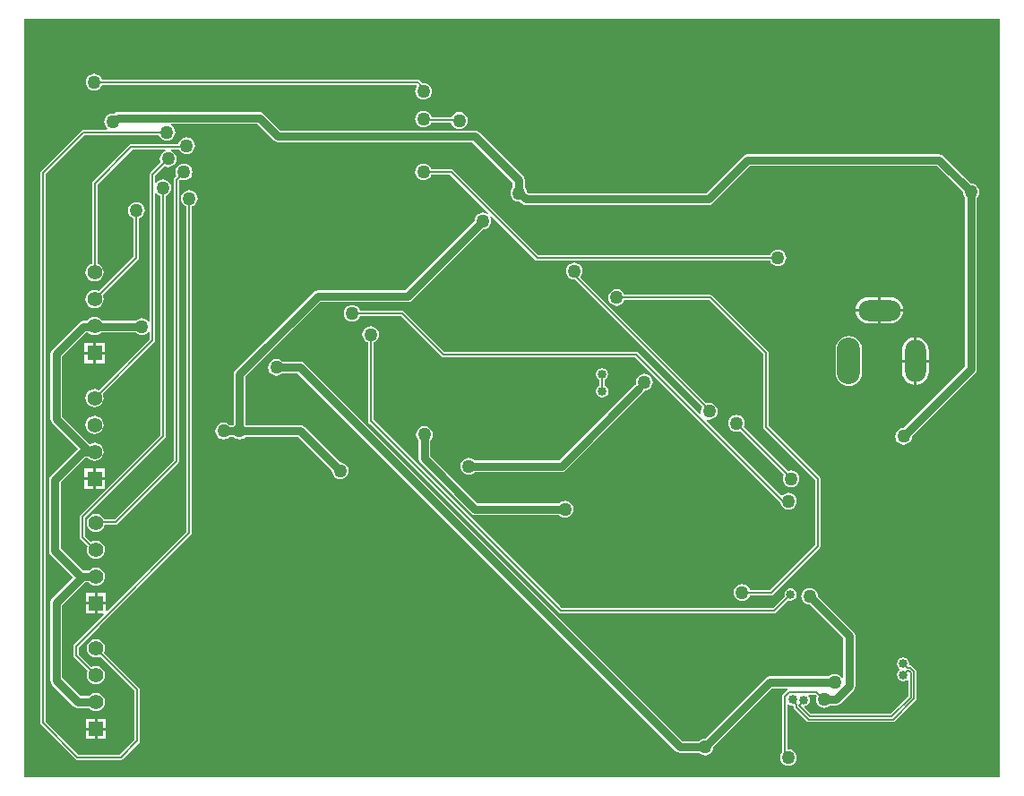
<source format=gbl>
G04*
G04 #@! TF.GenerationSoftware,Altium Limited,Altium Designer,20.0.7 (75)*
G04*
G04 Layer_Physical_Order=2*
G04 Layer_Color=16711680*
%FSLAX25Y25*%
%MOIN*%
G70*
G01*
G75*
%ADD10C,0.00787*%
%ADD97C,0.03150*%
%ADD98C,0.00591*%
%ADD99C,0.05543*%
%ADD100R,0.05543X0.05543*%
%ADD101O,0.08661X0.17323*%
%ADD102O,0.15748X0.07874*%
%ADD103O,0.07874X0.15748*%
%ADD104C,0.05000*%
%ADD105C,0.03347*%
%ADD106C,0.03937*%
%ADD107C,0.02756*%
G36*
X364520Y1622D02*
X1622D01*
X1622Y283811D01*
X364520D01*
X364520Y1622D01*
D02*
G37*
%LPC*%
G36*
X27559Y263452D02*
X26752Y263346D01*
X26000Y263034D01*
X25355Y262539D01*
X24859Y261893D01*
X24548Y261141D01*
X24442Y260335D01*
X24548Y259528D01*
X24859Y258776D01*
X25355Y258131D01*
X26000Y257635D01*
X26752Y257324D01*
X27559Y257218D01*
X28366Y257324D01*
X29118Y257635D01*
X29763Y258131D01*
X30259Y258776D01*
X30472Y259292D01*
X147416D01*
X147659Y258847D01*
X147593Y258701D01*
X147399Y258448D01*
X147088Y257697D01*
X146981Y256890D01*
X147088Y256083D01*
X147399Y255331D01*
X147894Y254685D01*
X148540Y254190D01*
X149292Y253879D01*
X150099Y253772D01*
X150905Y253879D01*
X151657Y254190D01*
X152303Y254685D01*
X152798Y255331D01*
X153110Y256083D01*
X153216Y256890D01*
X153110Y257697D01*
X152798Y258448D01*
X152303Y259094D01*
X151657Y259589D01*
X150905Y259901D01*
X150099Y260007D01*
X149755Y259962D01*
X149669Y260091D01*
X149669Y260091D01*
X149669Y260091D01*
X149207Y260552D01*
X148755Y261005D01*
X148429Y261222D01*
X148045Y261299D01*
X30505D01*
X30259Y261893D01*
X29763Y262539D01*
X29118Y263034D01*
X28366Y263346D01*
X27559Y263452D01*
D02*
G37*
G36*
X89075Y249255D02*
X36426D01*
X35581Y249087D01*
X34896Y248629D01*
X34449Y248688D01*
X33642Y248582D01*
X32890Y248271D01*
X32245Y247775D01*
X31749Y247130D01*
X31438Y246378D01*
X31332Y245571D01*
X31438Y244764D01*
X31749Y244012D01*
X32245Y243367D01*
X32544Y243137D01*
X32374Y242637D01*
X23622D01*
X23238Y242561D01*
X22912Y242343D01*
X7839Y227270D01*
X7621Y226944D01*
X7545Y226560D01*
Y21836D01*
X7621Y21452D01*
X7839Y21126D01*
X20634Y8331D01*
X20960Y8113D01*
X21344Y8037D01*
X37442D01*
X37826Y8113D01*
X38152Y8331D01*
X44199Y14378D01*
X44417Y14704D01*
X44493Y15088D01*
Y34296D01*
X44417Y34680D01*
X44199Y35006D01*
X31222Y47982D01*
X31509Y48675D01*
X31625Y49552D01*
X31509Y50430D01*
X31170Y51248D01*
X30631Y51950D01*
X29929Y52489D01*
X29111Y52828D01*
X28233Y52944D01*
X27356Y52828D01*
X26538Y52489D01*
X25835Y51950D01*
X25297Y51248D01*
X24958Y50430D01*
X24842Y49552D01*
X24958Y48675D01*
X25297Y47857D01*
X25835Y47154D01*
X26538Y46615D01*
X27356Y46277D01*
X28233Y46161D01*
X29111Y46277D01*
X29803Y46563D01*
X42486Y33881D01*
Y15504D01*
X37026Y10044D01*
X21759D01*
X9552Y22252D01*
Y226145D01*
X24038Y240630D01*
X51696D01*
X51926Y240075D01*
X52422Y239430D01*
X53067Y238934D01*
X53819Y238623D01*
X54626Y238517D01*
X55433Y238623D01*
X56185Y238934D01*
X56830Y239430D01*
X57326Y240075D01*
X57637Y240827D01*
X57743Y241634D01*
X57637Y242441D01*
X57326Y243193D01*
X56830Y243838D01*
X56185Y244334D01*
X56170Y244339D01*
X56270Y244840D01*
X88160D01*
X94403Y238596D01*
X95120Y238118D01*
X95964Y237950D01*
X168377D01*
X183324Y223003D01*
Y221196D01*
X182832Y220555D01*
X182520Y219803D01*
X182414Y218996D01*
X182520Y218189D01*
X182832Y217437D01*
X183327Y216792D01*
X183973Y216297D01*
X184725Y215985D01*
X185531Y215879D01*
X185969Y215936D01*
X186705Y215201D01*
X187422Y214722D01*
X188266Y214554D01*
X256132D01*
X256977Y214722D01*
X257693Y215201D01*
X271584Y229092D01*
X341113D01*
X350722Y219482D01*
X350828Y218681D01*
X351139Y217930D01*
X351631Y217288D01*
Y154458D01*
X328734Y131561D01*
X327933Y131456D01*
X327182Y131144D01*
X326536Y130649D01*
X326041Y130003D01*
X325729Y129252D01*
X325623Y128445D01*
X325729Y127638D01*
X326041Y126886D01*
X326536Y126241D01*
X327182Y125745D01*
X327933Y125434D01*
X328740Y125328D01*
X329547Y125434D01*
X330299Y125745D01*
X330944Y126241D01*
X331440Y126886D01*
X331751Y127638D01*
X331857Y128439D01*
X355400Y151982D01*
X355878Y152698D01*
X356046Y153543D01*
Y217288D01*
X356538Y217930D01*
X356850Y218681D01*
X356956Y219488D01*
X356850Y220295D01*
X356538Y221047D01*
X356043Y221692D01*
X355397Y222188D01*
X354645Y222499D01*
X353844Y222605D01*
X343589Y232860D01*
X342872Y233339D01*
X342027Y233507D01*
X270669D01*
X269824Y233339D01*
X269108Y232860D01*
X255217Y218970D01*
X189181D01*
X188572Y219579D01*
X188542Y219803D01*
X188231Y220555D01*
X187739Y221196D01*
Y223917D01*
X187571Y224762D01*
X187093Y225478D01*
X170852Y241719D01*
X170136Y242197D01*
X169291Y242365D01*
X96879D01*
X90636Y248608D01*
X89920Y249087D01*
X89075Y249255D01*
D02*
G37*
G36*
X150099Y249672D02*
X149292Y249566D01*
X148540Y249255D01*
X147894Y248759D01*
X147399Y248114D01*
X147088Y247362D01*
X146981Y246555D01*
X147088Y245748D01*
X147399Y244997D01*
X147894Y244351D01*
X148540Y243856D01*
X149292Y243544D01*
X150099Y243438D01*
X150905Y243544D01*
X151657Y243856D01*
X152303Y244351D01*
X152798Y244997D01*
X152926Y245306D01*
X160368D01*
X160375Y245256D01*
X160686Y244504D01*
X161182Y243859D01*
X161827Y243363D01*
X162579Y243052D01*
X163386Y242946D01*
X164193Y243052D01*
X164945Y243363D01*
X165590Y243859D01*
X166086Y244504D01*
X166397Y245256D01*
X166503Y246063D01*
X166397Y246870D01*
X166086Y247621D01*
X165590Y248267D01*
X164945Y248762D01*
X164193Y249074D01*
X163386Y249180D01*
X162579Y249074D01*
X161827Y248762D01*
X161182Y248267D01*
X160686Y247621D01*
X160558Y247313D01*
X153116D01*
X153110Y247362D01*
X152798Y248114D01*
X152303Y248759D01*
X151657Y249255D01*
X150905Y249566D01*
X150099Y249672D01*
D02*
G37*
G36*
X62008Y239830D02*
X61201Y239724D01*
X60449Y239412D01*
X59804Y238917D01*
X59308Y238271D01*
X58997Y237519D01*
X58958Y237224D01*
X41339D01*
X40955Y237148D01*
X40629Y236930D01*
X27032Y223333D01*
X26814Y223007D01*
X26738Y222623D01*
Y192697D01*
X26046Y192411D01*
X25343Y191872D01*
X24805Y191169D01*
X24466Y190351D01*
X24350Y189474D01*
X24466Y188596D01*
X24805Y187778D01*
X25343Y187076D01*
X26046Y186537D01*
X26864Y186198D01*
X27741Y186082D01*
X28619Y186198D01*
X29437Y186537D01*
X30139Y187076D01*
X30678Y187778D01*
X31017Y188596D01*
X31133Y189474D01*
X31017Y190351D01*
X30678Y191169D01*
X30139Y191872D01*
X29437Y192411D01*
X28745Y192697D01*
Y222208D01*
X41754Y235217D01*
X54006D01*
X54105Y234717D01*
X53559Y234491D01*
X52914Y233996D01*
X52419Y233350D01*
X52107Y232598D01*
X52001Y231791D01*
X52107Y230984D01*
X52337Y230430D01*
X48503Y226595D01*
X48285Y226270D01*
X48209Y225886D01*
Y171367D01*
X47709Y171197D01*
X47480Y171496D01*
X46834Y171991D01*
X46082Y172302D01*
X45276Y172409D01*
X44469Y172302D01*
X43717Y171991D01*
X43076Y171499D01*
X30425D01*
X30139Y171872D01*
X29437Y172411D01*
X28619Y172749D01*
X27741Y172865D01*
X26864Y172749D01*
X26046Y172411D01*
X25343Y171872D01*
X25058Y171499D01*
X23622D01*
X22777Y171331D01*
X22061Y170852D01*
X11908Y160700D01*
X11430Y159984D01*
X11262Y159139D01*
Y135025D01*
X11430Y134180D01*
X11908Y133464D01*
X21420Y123952D01*
X11417Y113948D01*
X10938Y113232D01*
X10770Y112387D01*
Y85812D01*
X10938Y84967D01*
X11417Y84251D01*
X19698Y75970D01*
X11908Y68181D01*
X11430Y67464D01*
X11262Y66619D01*
Y37584D01*
X11430Y36739D01*
X11908Y36023D01*
X19940Y27991D01*
X20656Y27513D01*
X21501Y27345D01*
X25690D01*
X25835Y27154D01*
X26538Y26616D01*
X27356Y26277D01*
X28233Y26161D01*
X29111Y26277D01*
X29929Y26616D01*
X30631Y27154D01*
X31170Y27857D01*
X31509Y28675D01*
X31625Y29552D01*
X31509Y30430D01*
X31170Y31248D01*
X30631Y31950D01*
X29929Y32489D01*
X29111Y32828D01*
X28233Y32943D01*
X27356Y32828D01*
X26538Y32489D01*
X25835Y31950D01*
X25690Y31760D01*
X22416D01*
X15677Y38498D01*
Y65705D01*
X24069Y74097D01*
X25690D01*
X25835Y73906D01*
X26538Y73368D01*
X27356Y73029D01*
X28233Y72913D01*
X29111Y73029D01*
X29929Y73368D01*
X30631Y73906D01*
X31170Y74609D01*
X31509Y75427D01*
X31625Y76304D01*
X31509Y77182D01*
X31170Y78000D01*
X30631Y78702D01*
X29929Y79241D01*
X29111Y79580D01*
X28233Y79696D01*
X27356Y79580D01*
X26538Y79241D01*
X25835Y78702D01*
X25690Y78512D01*
X23400D01*
X15185Y86727D01*
Y111473D01*
X24227Y120514D01*
X25198D01*
X25343Y120324D01*
X26046Y119785D01*
X26864Y119446D01*
X27741Y119331D01*
X28619Y119446D01*
X29437Y119785D01*
X30139Y120324D01*
X30678Y121026D01*
X31017Y121844D01*
X31133Y122722D01*
X31017Y123600D01*
X30678Y124417D01*
X30139Y125120D01*
X29437Y125659D01*
X28619Y125997D01*
X27741Y126113D01*
X26864Y125997D01*
X26046Y125659D01*
X25996Y125621D01*
X15677Y135939D01*
Y158224D01*
X24536Y167084D01*
X25337D01*
X25343Y167076D01*
X26046Y166537D01*
X26864Y166198D01*
X27741Y166083D01*
X28619Y166198D01*
X29437Y166537D01*
X30139Y167076D01*
X30145Y167084D01*
X43076D01*
X43717Y166592D01*
X44469Y166280D01*
X45276Y166174D01*
X46082Y166280D01*
X46834Y166592D01*
X47480Y167087D01*
X47709Y167386D01*
X48209Y167216D01*
Y164609D01*
X29311Y145711D01*
X28619Y145997D01*
X27741Y146113D01*
X26864Y145997D01*
X26046Y145659D01*
X25343Y145120D01*
X24805Y144417D01*
X24466Y143599D01*
X24350Y142722D01*
X24466Y141844D01*
X24805Y141026D01*
X25343Y140324D01*
X26046Y139785D01*
X26864Y139446D01*
X27741Y139330D01*
X28619Y139446D01*
X29437Y139785D01*
X30139Y140324D01*
X30678Y141026D01*
X31017Y141844D01*
X31133Y142722D01*
X31017Y143599D01*
X30730Y144291D01*
X49922Y163483D01*
X50140Y163809D01*
X50216Y164193D01*
Y218889D01*
X50716Y219059D01*
X50945Y218760D01*
X51591Y218265D01*
X52146Y218035D01*
Y128861D01*
X22406Y99120D01*
X22188Y98795D01*
X22112Y98411D01*
Y90930D01*
X22188Y90546D01*
X22406Y90221D01*
X25100Y87526D01*
X24958Y87182D01*
X24842Y86304D01*
X24958Y85427D01*
X25297Y84609D01*
X25835Y83906D01*
X26538Y83368D01*
X27356Y83029D01*
X28233Y82913D01*
X29111Y83029D01*
X29929Y83368D01*
X30631Y83906D01*
X31170Y84609D01*
X31509Y85427D01*
X31625Y86304D01*
X31509Y87182D01*
X31170Y88000D01*
X30631Y88702D01*
X29929Y89241D01*
X29111Y89580D01*
X28233Y89696D01*
X27356Y89580D01*
X26538Y89241D01*
X26360Y89105D01*
X24119Y91346D01*
Y97995D01*
X53859Y127735D01*
X54077Y128061D01*
X54153Y128445D01*
Y218035D01*
X54708Y218265D01*
X55354Y218760D01*
X55849Y219406D01*
X56161Y220158D01*
X56267Y220965D01*
X56161Y221771D01*
X55849Y222523D01*
X55354Y223169D01*
X54708Y223664D01*
X53956Y223976D01*
X53150Y224082D01*
X52343Y223976D01*
X51591Y223664D01*
X50945Y223169D01*
X50716Y222870D01*
X50216Y223040D01*
Y225470D01*
X53756Y229010D01*
X54311Y228780D01*
X55118Y228674D01*
X55925Y228780D01*
X56677Y229092D01*
X57322Y229587D01*
X57818Y230233D01*
X58129Y230984D01*
X58235Y231791D01*
X58129Y232598D01*
X57818Y233350D01*
X57322Y233996D01*
X56677Y234491D01*
X56131Y234717D01*
X56231Y235217D01*
X59282D01*
X59308Y235154D01*
X59804Y234508D01*
X60449Y234013D01*
X61201Y233702D01*
X62008Y233595D01*
X62815Y233702D01*
X63566Y234013D01*
X64212Y234508D01*
X64707Y235154D01*
X65019Y235906D01*
X65125Y236713D01*
X65019Y237519D01*
X64707Y238271D01*
X64212Y238917D01*
X63566Y239412D01*
X62815Y239724D01*
X62008Y239830D01*
D02*
G37*
G36*
X61024Y229987D02*
X60217Y229881D01*
X59465Y229570D01*
X58819Y229074D01*
X58324Y228429D01*
X58013Y227677D01*
X57906Y226870D01*
X58013Y226063D01*
X58242Y225508D01*
X57361Y224627D01*
X57144Y224301D01*
X57067Y223917D01*
Y119510D01*
X35200Y97642D01*
X31318D01*
X31170Y98000D01*
X30631Y98702D01*
X29929Y99241D01*
X29111Y99580D01*
X28233Y99696D01*
X27356Y99580D01*
X26538Y99241D01*
X25835Y98702D01*
X25297Y98000D01*
X24958Y97182D01*
X24842Y96304D01*
X24958Y95427D01*
X25297Y94609D01*
X25835Y93906D01*
X26538Y93367D01*
X27356Y93029D01*
X28233Y92913D01*
X29111Y93029D01*
X29929Y93367D01*
X30631Y93906D01*
X31170Y94609D01*
X31509Y95427D01*
X31537Y95635D01*
X35615D01*
X36000Y95712D01*
X36325Y95929D01*
X58780Y118385D01*
X58998Y118710D01*
X59074Y119094D01*
Y223502D01*
X59662Y224089D01*
X60217Y223859D01*
X61024Y223753D01*
X61830Y223859D01*
X62582Y224170D01*
X63228Y224666D01*
X63723Y225311D01*
X64035Y226063D01*
X64141Y226870D01*
X64035Y227677D01*
X63723Y228429D01*
X63228Y229074D01*
X62582Y229570D01*
X61830Y229881D01*
X61024Y229987D01*
D02*
G37*
G36*
X150098D02*
X149292Y229881D01*
X148540Y229570D01*
X147894Y229074D01*
X147399Y228429D01*
X147087Y227677D01*
X146981Y226870D01*
X147087Y226063D01*
X147399Y225311D01*
X147894Y224666D01*
X148540Y224170D01*
X149292Y223859D01*
X150098Y223753D01*
X150905Y223859D01*
X151657Y224170D01*
X152303Y224666D01*
X152798Y225311D01*
X153028Y225867D01*
X160017D01*
X174189Y211695D01*
X173859Y211318D01*
X173803Y211361D01*
X173051Y211672D01*
X172244Y211779D01*
X171437Y211672D01*
X170686Y211361D01*
X170040Y210866D01*
X169544Y210220D01*
X169233Y209468D01*
X169128Y208667D01*
X143278Y182818D01*
X110728D01*
X109883Y182650D01*
X109167Y182171D01*
X80132Y153136D01*
X79653Y152420D01*
X79485Y151575D01*
Y132621D01*
X77987D01*
X77346Y133113D01*
X76594Y133424D01*
X75787Y133531D01*
X74981Y133424D01*
X74229Y133113D01*
X73583Y132618D01*
X73088Y131972D01*
X72776Y131220D01*
X72670Y130413D01*
X72776Y129607D01*
X73088Y128855D01*
X73583Y128209D01*
X74229Y127714D01*
X74981Y127402D01*
X75787Y127296D01*
X76594Y127402D01*
X77346Y127714D01*
X77987Y128206D01*
X79493D01*
X80134Y127714D01*
X80886Y127402D01*
X81693Y127296D01*
X82500Y127402D01*
X83252Y127714D01*
X83893Y128206D01*
X103416D01*
X115978Y115644D01*
X116084Y114843D01*
X116395Y114091D01*
X116890Y113445D01*
X117536Y112950D01*
X118288Y112639D01*
X119095Y112532D01*
X119901Y112639D01*
X120653Y112950D01*
X121299Y113445D01*
X121794Y114091D01*
X122106Y114843D01*
X122212Y115650D01*
X122106Y116456D01*
X121794Y117208D01*
X121299Y117854D01*
X120653Y118349D01*
X119901Y118661D01*
X119100Y118766D01*
X105892Y131974D01*
X105176Y132453D01*
X104331Y132621D01*
X83901D01*
Y150660D01*
X111643Y178402D01*
X144193D01*
X145038Y178570D01*
X145754Y179049D01*
X172250Y205545D01*
X173051Y205650D01*
X173803Y205962D01*
X174448Y206457D01*
X174944Y207103D01*
X175255Y207855D01*
X175361Y208661D01*
X175255Y209468D01*
X174944Y210220D01*
X174900Y210276D01*
X175277Y210607D01*
X191712Y194172D01*
X192037Y193955D01*
X192421Y193878D01*
X279059D01*
X279289Y193323D01*
X279784Y192678D01*
X280430Y192182D01*
X281181Y191871D01*
X281988Y191765D01*
X282795Y191871D01*
X283547Y192182D01*
X284192Y192678D01*
X284688Y193323D01*
X284999Y194075D01*
X285105Y194882D01*
X284999Y195689D01*
X284688Y196440D01*
X284192Y197086D01*
X283547Y197582D01*
X282795Y197893D01*
X281988Y197999D01*
X281181Y197893D01*
X280430Y197582D01*
X279784Y197086D01*
X279289Y196440D01*
X279059Y195885D01*
X192837D01*
X161143Y227580D01*
X160817Y227797D01*
X160433Y227874D01*
X160433Y227874D01*
X153028D01*
X152798Y228429D01*
X152303Y229074D01*
X151657Y229570D01*
X150905Y229881D01*
X150098Y229987D01*
D02*
G37*
G36*
X43307Y215716D02*
X42500Y215609D01*
X41748Y215298D01*
X41103Y214803D01*
X40608Y214157D01*
X40296Y213405D01*
X40190Y212598D01*
X40296Y211792D01*
X40608Y211040D01*
X41103Y210394D01*
X41748Y209899D01*
X42304Y209669D01*
Y195455D01*
X29311Y182463D01*
X28619Y182749D01*
X27741Y182865D01*
X26864Y182749D01*
X26046Y182411D01*
X25343Y181872D01*
X24805Y181169D01*
X24466Y180351D01*
X24350Y179474D01*
X24466Y178596D01*
X24805Y177778D01*
X25343Y177076D01*
X26046Y176537D01*
X26864Y176198D01*
X27741Y176083D01*
X28619Y176198D01*
X29437Y176537D01*
X30139Y177076D01*
X30678Y177778D01*
X31017Y178596D01*
X31133Y179474D01*
X31017Y180351D01*
X30730Y181044D01*
X44017Y194330D01*
X44234Y194655D01*
X44311Y195039D01*
Y209669D01*
X44866Y209899D01*
X45511Y210394D01*
X46007Y211040D01*
X46318Y211792D01*
X46424Y212598D01*
X46318Y213405D01*
X46007Y214157D01*
X45511Y214803D01*
X44866Y215298D01*
X44114Y215609D01*
X43307Y215716D01*
D02*
G37*
G36*
X323721Y180373D02*
X320284D01*
Y175894D01*
X328634D01*
X328530Y176682D01*
X328033Y177884D01*
X327242Y178915D01*
X326210Y179706D01*
X325009Y180204D01*
X323721Y180373D01*
D02*
G37*
G36*
X319284D02*
X315846D01*
X314558Y180204D01*
X313357Y179706D01*
X312325Y178915D01*
X311534Y177884D01*
X311037Y176682D01*
X310933Y175894D01*
X319284D01*
Y180373D01*
D02*
G37*
G36*
X328634Y174894D02*
X320284D01*
Y170414D01*
X323721D01*
X325009Y170584D01*
X326210Y171081D01*
X327242Y171873D01*
X328033Y172904D01*
X328530Y174105D01*
X328634Y174894D01*
D02*
G37*
G36*
X319284D02*
X310933D01*
X311037Y174105D01*
X311534Y172904D01*
X312325Y171873D01*
X313357Y171081D01*
X314558Y170584D01*
X315846Y170414D01*
X319284D01*
Y174894D01*
D02*
G37*
G36*
X31513Y163245D02*
X28242D01*
Y159974D01*
X31513D01*
Y163245D01*
D02*
G37*
G36*
X27242D02*
X23970D01*
Y159974D01*
X27242D01*
Y163245D01*
D02*
G37*
G36*
X333669Y165347D02*
Y156996D01*
X338149D01*
Y160433D01*
X337979Y161722D01*
X337482Y162923D01*
X336690Y163954D01*
X335659Y164746D01*
X334458Y165243D01*
X333669Y165347D01*
D02*
G37*
G36*
X332669D02*
X331880Y165243D01*
X330679Y164746D01*
X329648Y163954D01*
X328857Y162923D01*
X328359Y161722D01*
X328190Y160433D01*
Y156996D01*
X332669D01*
Y165347D01*
D02*
G37*
G36*
X31513Y158974D02*
X28242D01*
Y155702D01*
X31513D01*
Y158974D01*
D02*
G37*
G36*
X27242D02*
X23970D01*
Y155702D01*
X27242D01*
Y158974D01*
D02*
G37*
G36*
X338149Y155996D02*
X333669D01*
Y147645D01*
X334458Y147749D01*
X335659Y148247D01*
X336690Y149038D01*
X337482Y150069D01*
X337979Y151270D01*
X338149Y152559D01*
Y155996D01*
D02*
G37*
G36*
X332669D02*
X328190D01*
Y152559D01*
X328359Y151270D01*
X328857Y150069D01*
X329648Y149038D01*
X330679Y148247D01*
X331880Y147749D01*
X332669Y147645D01*
Y155996D01*
D02*
G37*
G36*
X308366Y165790D02*
X307081Y165621D01*
X305884Y165126D01*
X304856Y164337D01*
X304067Y163309D01*
X303572Y162111D01*
X303402Y160827D01*
Y152165D01*
X303572Y150881D01*
X304067Y149683D01*
X304856Y148655D01*
X305884Y147867D01*
X307081Y147371D01*
X308366Y147202D01*
X309651Y147371D01*
X310848Y147867D01*
X311876Y148655D01*
X312665Y149683D01*
X313161Y150881D01*
X313330Y152165D01*
Y160827D01*
X313161Y162111D01*
X312665Y163309D01*
X311876Y164337D01*
X310848Y165126D01*
X309651Y165621D01*
X308366Y165790D01*
D02*
G37*
G36*
X216535Y153883D02*
X215652Y153707D01*
X214903Y153207D01*
X214403Y152458D01*
X214227Y151575D01*
X214403Y150692D01*
X214903Y149943D01*
X215532Y149523D01*
Y147247D01*
X214955Y146861D01*
X214455Y146112D01*
X214279Y145229D01*
X214455Y144346D01*
X214955Y143597D01*
X215704Y143096D01*
X216587Y142921D01*
X217470Y143096D01*
X218219Y143597D01*
X218720Y144346D01*
X218895Y145229D01*
X218720Y146112D01*
X218219Y146861D01*
X217539Y147316D01*
Y149523D01*
X218168Y149943D01*
X218668Y150692D01*
X218844Y151575D01*
X218668Y152458D01*
X218168Y153207D01*
X217419Y153707D01*
X216535Y153883D01*
D02*
G37*
G36*
X206201Y193078D02*
X205394Y192972D01*
X204642Y192660D01*
X203996Y192165D01*
X203501Y191519D01*
X203190Y190768D01*
X203083Y189961D01*
X203190Y189154D01*
X203501Y188402D01*
X203996Y187757D01*
X204642Y187261D01*
X205394Y186950D01*
X206201Y186844D01*
X206397Y186869D01*
X253792Y139474D01*
X253701Y139355D01*
X253390Y138603D01*
X253283Y137796D01*
X253380Y137066D01*
X253217Y136923D01*
X252928Y136810D01*
X230072Y159666D01*
X229746Y159884D01*
X229362Y159960D01*
X157896D01*
X142934Y174922D01*
X142608Y175140D01*
X142224Y175216D01*
X126453D01*
X126223Y175771D01*
X125728Y176417D01*
X125082Y176912D01*
X124330Y177224D01*
X123524Y177330D01*
X122717Y177224D01*
X121965Y176912D01*
X121319Y176417D01*
X120824Y175771D01*
X120513Y175019D01*
X120406Y174213D01*
X120513Y173406D01*
X120824Y172654D01*
X121319Y172008D01*
X121965Y171513D01*
X122717Y171202D01*
X123524Y171095D01*
X124330Y171202D01*
X125082Y171513D01*
X125728Y172008D01*
X126223Y172654D01*
X126453Y173209D01*
X141809D01*
X156771Y158247D01*
X157096Y158030D01*
X157480Y157953D01*
X228946D01*
X282844Y104055D01*
X282914Y103524D01*
X283226Y102772D01*
X283721Y102127D01*
X284367Y101631D01*
X285119Y101320D01*
X285925Y101214D01*
X286732Y101320D01*
X287484Y101631D01*
X288129Y102127D01*
X288625Y102772D01*
X288936Y103524D01*
X289042Y104331D01*
X288936Y105138D01*
X288625Y105889D01*
X288129Y106535D01*
X287484Y107030D01*
X286732Y107342D01*
X285925Y107448D01*
X285119Y107342D01*
X284367Y107030D01*
X283721Y106535D01*
X283235Y106503D01*
X255414Y134324D01*
X255527Y134613D01*
X255670Y134775D01*
X256400Y134679D01*
X257207Y134785D01*
X257959Y135097D01*
X258605Y135592D01*
X259100Y136238D01*
X259412Y136990D01*
X259518Y137796D01*
X259412Y138603D01*
X259100Y139355D01*
X258605Y140001D01*
X257959Y140496D01*
X257207Y140807D01*
X256400Y140914D01*
X255594Y140807D01*
X255384Y140720D01*
X208401Y187703D01*
X208405Y187757D01*
X208900Y188402D01*
X209212Y189154D01*
X209318Y189961D01*
X209212Y190768D01*
X208900Y191519D01*
X208405Y192165D01*
X207759Y192660D01*
X207008Y192972D01*
X206201Y193078D01*
D02*
G37*
G36*
X27741Y136113D02*
X26864Y135997D01*
X26046Y135659D01*
X25343Y135120D01*
X24805Y134417D01*
X24466Y133599D01*
X24350Y132722D01*
X24466Y131844D01*
X24805Y131026D01*
X25343Y130324D01*
X26046Y129785D01*
X26864Y129446D01*
X27741Y129331D01*
X28619Y129446D01*
X29437Y129785D01*
X30139Y130324D01*
X30678Y131026D01*
X31017Y131844D01*
X31133Y132722D01*
X31017Y133599D01*
X30678Y134417D01*
X30139Y135120D01*
X29437Y135659D01*
X28619Y135997D01*
X27741Y136113D01*
D02*
G37*
G36*
X232283Y151739D02*
X231477Y151633D01*
X230725Y151322D01*
X230079Y150826D01*
X229584Y150181D01*
X229273Y149429D01*
X229166Y148622D01*
X229242Y148049D01*
X228754Y147723D01*
X200562Y119530D01*
X169227D01*
X168586Y120022D01*
X167834Y120334D01*
X167027Y120440D01*
X166221Y120334D01*
X165469Y120022D01*
X164823Y119527D01*
X164328Y118881D01*
X164016Y118130D01*
X163910Y117323D01*
X164016Y116516D01*
X164328Y115764D01*
X164823Y115119D01*
X165469Y114623D01*
X166221Y114312D01*
X167027Y114206D01*
X167834Y114312D01*
X168586Y114623D01*
X169227Y115115D01*
X201476D01*
X202321Y115283D01*
X203037Y115762D01*
X203037Y115762D01*
X231876Y144600D01*
X232355Y145317D01*
X232395Y145520D01*
X233090Y145611D01*
X233842Y145923D01*
X234488Y146418D01*
X234983Y147064D01*
X235295Y147815D01*
X235401Y148622D01*
X235295Y149429D01*
X234983Y150181D01*
X234488Y150826D01*
X233842Y151322D01*
X233090Y151633D01*
X232283Y151739D01*
D02*
G37*
G36*
X31513Y116493D02*
X28242D01*
Y113222D01*
X31513D01*
Y116493D01*
D02*
G37*
G36*
X27242D02*
X23970D01*
Y113222D01*
X27242D01*
Y116493D01*
D02*
G37*
G36*
X266525Y136483D02*
X265718Y136377D01*
X264966Y136066D01*
X264320Y135570D01*
X263825Y134925D01*
X263514Y134173D01*
X263407Y133366D01*
X263514Y132559D01*
X263825Y131807D01*
X264320Y131162D01*
X264966Y130666D01*
X265718Y130355D01*
X266525Y130249D01*
X267332Y130355D01*
X267887Y130585D01*
X284213Y114259D01*
X284210Y114255D01*
X283898Y113504D01*
X283792Y112697D01*
X283898Y111890D01*
X284210Y111138D01*
X284705Y110493D01*
X285351Y109997D01*
X286103Y109686D01*
X286910Y109580D01*
X287716Y109686D01*
X288468Y109997D01*
X289114Y110493D01*
X289609Y111138D01*
X289920Y111890D01*
X290027Y112697D01*
X289920Y113504D01*
X289609Y114255D01*
X289114Y114901D01*
X288468Y115396D01*
X287716Y115708D01*
X286910Y115814D01*
X286103Y115708D01*
X285749Y115561D01*
X269306Y132004D01*
X269536Y132559D01*
X269642Y133366D01*
X269536Y134173D01*
X269224Y134925D01*
X268729Y135570D01*
X268083Y136066D01*
X267332Y136377D01*
X266525Y136483D01*
D02*
G37*
G36*
X31513Y112222D02*
X28242D01*
Y108950D01*
X31513D01*
Y112222D01*
D02*
G37*
G36*
X27242D02*
X23970D01*
Y108950D01*
X27242D01*
Y112222D01*
D02*
G37*
G36*
X150446Y132199D02*
X149639Y132093D01*
X148887Y131781D01*
X148242Y131286D01*
X147746Y130640D01*
X147435Y129888D01*
X147329Y129082D01*
X147435Y128275D01*
X147746Y127523D01*
X148238Y126882D01*
X148238Y120224D01*
X148406Y119379D01*
X148885Y118663D01*
X167730Y99817D01*
X168446Y99338D01*
X169291Y99170D01*
X200556D01*
X201197Y98678D01*
X201949Y98367D01*
X202756Y98261D01*
X203563Y98367D01*
X204314Y98678D01*
X204960Y99174D01*
X205455Y99819D01*
X205767Y100571D01*
X205873Y101378D01*
X205767Y102185D01*
X205455Y102936D01*
X204960Y103582D01*
X204314Y104077D01*
X203563Y104389D01*
X202756Y104495D01*
X201949Y104389D01*
X201197Y104077D01*
X200556Y103586D01*
X170206D01*
X152654Y121138D01*
X152654Y126882D01*
X153145Y127523D01*
X153457Y128275D01*
X153563Y129082D01*
X153457Y129888D01*
X153145Y130640D01*
X152650Y131286D01*
X152004Y131781D01*
X151253Y132093D01*
X150446Y132199D01*
D02*
G37*
G36*
X221949Y183235D02*
X221142Y183129D01*
X220390Y182818D01*
X219745Y182322D01*
X219249Y181677D01*
X218938Y180925D01*
X218832Y180118D01*
X218938Y179311D01*
X219249Y178560D01*
X219745Y177914D01*
X220390Y177418D01*
X221142Y177107D01*
X221949Y177001D01*
X222756Y177107D01*
X223507Y177418D01*
X224153Y177914D01*
X224648Y178560D01*
X224878Y179115D01*
X256474D01*
X276556Y159033D01*
Y131890D01*
X276632Y131506D01*
X276850Y131180D01*
X295748Y112281D01*
Y88014D01*
X278982Y71248D01*
X271684D01*
X271400Y71933D01*
X270905Y72578D01*
X270259Y73074D01*
X269508Y73385D01*
X268701Y73491D01*
X267894Y73385D01*
X267142Y73074D01*
X266496Y72578D01*
X266001Y71933D01*
X265690Y71181D01*
X265583Y70374D01*
X265690Y69567D01*
X266001Y68815D01*
X266496Y68170D01*
X267142Y67674D01*
X267894Y67363D01*
X268701Y67257D01*
X269508Y67363D01*
X270259Y67674D01*
X270905Y68170D01*
X271400Y68815D01*
X271576Y69241D01*
X279398D01*
X279782Y69317D01*
X280107Y69535D01*
X297462Y86889D01*
X297679Y87214D01*
X297755Y87598D01*
Y112697D01*
X297679Y113081D01*
X297462Y113407D01*
X278563Y132305D01*
Y159449D01*
X278486Y159833D01*
X278269Y160159D01*
X257599Y180828D01*
X257274Y181045D01*
X256890Y181122D01*
X224878D01*
X224648Y181677D01*
X224153Y182322D01*
X223507Y182818D01*
X222756Y183129D01*
X221949Y183235D01*
D02*
G37*
G36*
X130413Y169456D02*
X129607Y169350D01*
X128855Y169038D01*
X128209Y168543D01*
X127714Y167897D01*
X127402Y167145D01*
X127296Y166339D01*
X127402Y165532D01*
X127714Y164780D01*
X128209Y164134D01*
X128855Y163639D01*
X129410Y163409D01*
Y134350D01*
X129486Y133966D01*
X129704Y133641D01*
X200570Y62775D01*
X200896Y62557D01*
X201279Y62481D01*
X280571D01*
X280955Y62557D01*
X281280Y62775D01*
X285951Y67446D01*
X286693Y67298D01*
X287576Y67474D01*
X288325Y67974D01*
X288825Y68723D01*
X289001Y69606D01*
X288825Y70490D01*
X288325Y71238D01*
X287576Y71739D01*
X286693Y71914D01*
X285810Y71739D01*
X285061Y71238D01*
X284560Y70490D01*
X284385Y69606D01*
X284532Y68865D01*
X280155Y64488D01*
X201695D01*
X131417Y134766D01*
Y163409D01*
X131972Y163639D01*
X132618Y164134D01*
X133113Y164780D01*
X133424Y165532D01*
X133531Y166339D01*
X133424Y167145D01*
X133113Y167897D01*
X132618Y168543D01*
X131972Y169038D01*
X131220Y169350D01*
X130413Y169456D01*
D02*
G37*
G36*
X32005Y70076D02*
X28734D01*
Y66804D01*
X32005D01*
Y70076D01*
D02*
G37*
G36*
X27733D02*
X24462D01*
Y66804D01*
X27733D01*
Y70076D01*
D02*
G37*
G36*
X62992Y220145D02*
X62185Y220039D01*
X61434Y219727D01*
X60788Y219232D01*
X60293Y218586D01*
X59981Y217834D01*
X59875Y217027D01*
X59981Y216221D01*
X60293Y215469D01*
X60788Y214823D01*
X61434Y214328D01*
X61989Y214098D01*
Y150099D01*
X61989Y150098D01*
Y92936D01*
X32467Y63414D01*
X32005Y63605D01*
Y65804D01*
X28734D01*
Y62533D01*
X30933D01*
X31124Y62071D01*
X28016Y58963D01*
X28016Y58963D01*
X20142Y51089D01*
X19925Y50763D01*
X19848Y50379D01*
Y46934D01*
X19925Y46550D01*
X20142Y46224D01*
X25245Y41122D01*
X24958Y40430D01*
X24842Y39552D01*
X24958Y38675D01*
X25297Y37857D01*
X25835Y37154D01*
X26538Y36615D01*
X27356Y36277D01*
X28233Y36161D01*
X29111Y36277D01*
X29929Y36615D01*
X30631Y37154D01*
X31170Y37857D01*
X31509Y38675D01*
X31625Y39552D01*
X31509Y40430D01*
X31170Y41248D01*
X30631Y41950D01*
X29929Y42489D01*
X29111Y42828D01*
X28233Y42944D01*
X27356Y42828D01*
X26664Y42541D01*
X21855Y47350D01*
Y49964D01*
X29435Y57544D01*
X63702Y91810D01*
X63919Y92136D01*
X63996Y92520D01*
Y150099D01*
X63996Y150099D01*
Y214098D01*
X64551Y214328D01*
X65196Y214823D01*
X65692Y215469D01*
X66003Y216221D01*
X66109Y217027D01*
X66003Y217834D01*
X65692Y218586D01*
X65196Y219232D01*
X64551Y219727D01*
X63799Y220039D01*
X62992Y220145D01*
D02*
G37*
G36*
X27733Y65804D02*
X24462D01*
Y62533D01*
X27733D01*
Y65804D01*
D02*
G37*
G36*
X95403Y157222D02*
X94597Y157115D01*
X93845Y156804D01*
X93199Y156309D01*
X92704Y155663D01*
X92392Y154911D01*
X92286Y154104D01*
X92392Y153298D01*
X92704Y152546D01*
X93199Y151900D01*
X93845Y151405D01*
X94597Y151093D01*
X95403Y150987D01*
X96210Y151093D01*
X96962Y151405D01*
X97603Y151897D01*
X103347D01*
X244010Y11234D01*
X244726Y10756D01*
X245571Y10588D01*
X252722D01*
X253363Y10096D01*
X254115Y9784D01*
X254921Y9678D01*
X255728Y9784D01*
X256480Y10096D01*
X257125Y10591D01*
X257621Y11237D01*
X257932Y11988D01*
X258038Y12789D01*
X279950Y34702D01*
X285450D01*
X285518Y34617D01*
X285609Y34076D01*
X283739Y32207D01*
X283739Y32207D01*
X283739Y32207D01*
X283653Y32077D01*
X283522Y31881D01*
X283522Y31881D01*
X283522Y31881D01*
X283445Y31497D01*
Y10703D01*
X283226Y10417D01*
X282914Y9665D01*
X282808Y8858D01*
X282914Y8051D01*
X283226Y7300D01*
X283721Y6654D01*
X284367Y6159D01*
X285119Y5847D01*
X285925Y5741D01*
X286732Y5847D01*
X287484Y6159D01*
X288129Y6654D01*
X288625Y7300D01*
X288936Y8051D01*
X289042Y8858D01*
X288936Y9665D01*
X288625Y10417D01*
X288129Y11062D01*
X287484Y11558D01*
X286732Y11869D01*
X285925Y11975D01*
X285828Y11963D01*
X285452Y12292D01*
Y28672D01*
X285952Y28824D01*
X286617Y28380D01*
X287501Y28204D01*
X287876Y27788D01*
Y27683D01*
X287945Y27338D01*
X288141Y27044D01*
X292792Y22393D01*
X292793Y22393D01*
X293086Y22197D01*
X293431Y22128D01*
X293431Y22128D01*
X324800D01*
X325146Y22197D01*
X325439Y22393D01*
X333217Y30171D01*
X333413Y30465D01*
X333482Y30810D01*
Y40919D01*
X333452Y41070D01*
X333413Y41265D01*
X333413Y41265D01*
Y41265D01*
X333217Y41558D01*
X333217Y41558D01*
X333217Y41558D01*
X331814Y42961D01*
X331814Y42961D01*
X331657Y43067D01*
X331521Y43157D01*
X331521Y43157D01*
X331521Y43157D01*
X331175Y43226D01*
X331047Y43329D01*
X330814Y43613D01*
X330851Y43799D01*
X330676Y44683D01*
X330175Y45431D01*
X329427Y45932D01*
X328543Y46107D01*
X327660Y45932D01*
X326911Y45431D01*
X326411Y44683D01*
X326235Y43799D01*
X326411Y42916D01*
X326911Y42167D01*
X327188Y41982D01*
Y41482D01*
X326911Y41297D01*
X326411Y40549D01*
X326235Y39665D01*
X326411Y38782D01*
X326911Y38033D01*
X327660Y37533D01*
X328543Y37357D01*
X329427Y37533D01*
X329995Y37912D01*
X330494Y37679D01*
Y31673D01*
X323937Y25116D01*
X294294D01*
X291874Y27536D01*
X292039Y28079D01*
X292513Y28173D01*
X293261Y28673D01*
X293762Y29422D01*
X293937Y30305D01*
X293762Y31189D01*
X293311Y31863D01*
X293456Y32363D01*
X295942D01*
X296432Y31874D01*
X296202Y31319D01*
X296095Y30512D01*
X296202Y29705D01*
X296513Y28953D01*
X297008Y28308D01*
X297654Y27812D01*
X298406Y27501D01*
X299213Y27395D01*
X300020Y27501D01*
X300771Y27812D01*
X301412Y28304D01*
X303642D01*
X304487Y28472D01*
X305203Y28951D01*
X310124Y33872D01*
X310124Y33872D01*
X310603Y34588D01*
X310603Y34588D01*
X310603Y34588D01*
X310771Y35433D01*
Y54134D01*
X310603Y54979D01*
X310124Y55695D01*
X296916Y68903D01*
X296810Y69705D01*
X296499Y70456D01*
X296004Y71102D01*
X295358Y71597D01*
X294606Y71909D01*
X293799Y72015D01*
X292992Y71909D01*
X292241Y71597D01*
X291595Y71102D01*
X291100Y70456D01*
X290788Y69705D01*
X290682Y68898D01*
X290788Y68091D01*
X291100Y67339D01*
X291595Y66694D01*
X292241Y66198D01*
X292992Y65887D01*
X293794Y65781D01*
X306355Y53220D01*
Y38554D01*
X305855Y38454D01*
X305849Y38468D01*
X305354Y39114D01*
X304708Y39609D01*
X303957Y39920D01*
X303150Y40027D01*
X302343Y39920D01*
X301591Y39609D01*
X300950Y39117D01*
X279035D01*
X278191Y38949D01*
X277474Y38471D01*
X254915Y15912D01*
X254115Y15806D01*
X253363Y15495D01*
X252722Y15003D01*
X246485D01*
X105823Y155666D01*
X105106Y156144D01*
X104262Y156312D01*
X97603D01*
X96962Y156804D01*
X96210Y157115D01*
X95403Y157222D01*
D02*
G37*
G36*
X32005Y23324D02*
X28734D01*
Y20052D01*
X32005D01*
Y23324D01*
D02*
G37*
G36*
X27733D02*
X24462D01*
Y20052D01*
X27733D01*
Y23324D01*
D02*
G37*
G36*
X32005Y19052D02*
X28734D01*
Y15781D01*
X32005D01*
Y19052D01*
D02*
G37*
G36*
X27733D02*
X24462D01*
Y15781D01*
X27733D01*
Y19052D01*
D02*
G37*
%LPD*%
D10*
X61516Y236221D02*
X62008Y236713D01*
X41339Y236221D02*
X61516D01*
X23622Y241634D02*
X54626D01*
X27741Y189474D02*
Y222623D01*
X41339Y236221D01*
X53150Y128445D02*
Y220965D01*
X49213Y164193D02*
Y225886D01*
X58071Y223917D02*
X61024Y226870D01*
X49213Y225886D02*
X55118Y231791D01*
X43307Y195039D02*
Y212598D01*
X27741Y179474D02*
X43307Y195039D01*
X23115Y98411D02*
X53150Y128445D01*
X35615Y96639D02*
X58071Y119094D01*
X62992Y92520D02*
Y150099D01*
X62992Y150099D02*
X62992Y150099D01*
X28725Y58253D02*
X62992Y92520D01*
X8548Y21836D02*
Y226560D01*
X23622Y241634D01*
X277559Y131890D02*
Y159449D01*
X296752Y87598D02*
Y112697D01*
X277559Y131890D02*
X296752Y112697D01*
X8548Y21836D02*
X21344Y9041D01*
X37442D01*
X268830Y70244D02*
X279398D01*
X296752Y87598D01*
X280571Y63484D02*
X286693Y69606D01*
X130413Y134350D02*
X201279Y63484D01*
X280571D01*
X27559Y260335D02*
X27599Y260295D01*
X150098Y226870D02*
X160433D01*
X160433Y226870D01*
X192421Y194882D01*
X58071Y119094D02*
Y223917D01*
X142224Y174213D02*
X157480Y158957D01*
X123524Y174213D02*
X142224D01*
X130413Y134350D02*
Y166339D01*
X157480Y158957D02*
X229362D01*
X192421Y194882D02*
X281988D01*
X229362Y158957D02*
X283988Y104331D01*
X221949Y180118D02*
X256890D01*
X206201Y188484D02*
X256400Y138285D01*
Y137796D02*
Y138285D01*
X206201Y188484D02*
Y189961D01*
X283988Y104331D02*
X285925D01*
X27599Y260295D02*
X148045D01*
X148498Y259842D01*
X27741Y142722D02*
X49213Y164193D01*
X216535Y145281D02*
Y151575D01*
Y145281D02*
X216587Y145229D01*
X150099Y246555D02*
X150345Y246309D01*
X163140D01*
X163386Y246063D01*
X20852Y46934D02*
X28233Y39552D01*
X20852Y46934D02*
Y50379D01*
X62992Y150099D02*
Y217027D01*
X20852Y50379D02*
X28725Y58253D01*
X256890Y180118D02*
X277559Y159449D01*
X43489Y15088D02*
Y34296D01*
X28233Y49552D02*
X43489Y34296D01*
X37442Y9041D02*
X43489Y15088D01*
X150099Y256890D02*
Y258030D01*
X268701Y70374D02*
X268830Y70244D01*
X27741Y86304D02*
X28233D01*
X148498Y259842D02*
X148959Y259381D01*
X23115Y90930D02*
Y98411D01*
X266525Y133366D02*
X286910Y112981D01*
Y112697D02*
Y112981D01*
X148959Y259169D02*
Y259381D01*
X23115Y90930D02*
X27741Y86304D01*
X28568Y96639D02*
X35615D01*
X28233Y96304D02*
X28568Y96639D01*
X284449Y10335D02*
X285925Y8858D01*
X284449Y10335D02*
Y31497D01*
X286318Y33367D01*
X296358D02*
X299213Y30512D01*
X286318Y33367D02*
X296358D01*
X148959Y259169D02*
X150099Y258030D01*
D97*
X27741Y169474D02*
X27924Y169291D01*
X45276D01*
X95964Y203248D02*
X124754Y232037D01*
X284055Y45276D02*
Y49606D01*
Y40945D02*
Y45276D01*
X288386D02*
Y49606D01*
Y40945D02*
Y45276D01*
X292717D02*
Y49606D01*
Y40945D02*
Y45276D01*
X288386D02*
X292717D01*
X284055D02*
X288386D01*
Y40945D02*
X292717D01*
X284055D02*
X288386D01*
Y49606D02*
X292717D01*
X284055D02*
X288386D01*
X276083Y57579D02*
Y58071D01*
X185531Y218996D02*
X186032D01*
X188266Y216762D01*
X256132D01*
X169291Y240158D02*
X185531Y223917D01*
Y218996D02*
Y223917D01*
X158957Y233268D02*
X183563Y208661D01*
X263917D02*
X268278Y213022D01*
X183563Y208661D02*
X263917D01*
X126977Y233268D02*
X158957D01*
X34950Y245571D02*
X36426Y247047D01*
X66929Y275098D02*
Y278234D01*
X34449Y245571D02*
X34950D01*
X55610Y263779D02*
X66929Y275098D01*
X125000Y231791D02*
X125501D01*
X126977Y233268D01*
X89075Y247047D02*
X95964Y240158D01*
X36426Y247047D02*
X89075D01*
X150446Y120224D02*
X150446Y129082D01*
X110728Y180610D02*
X144193D01*
X81693Y151575D02*
X110728Y180610D01*
X81693Y130413D02*
Y151575D01*
Y130413D02*
X104331D01*
X75787D02*
X81693D01*
X104331D02*
X119095Y115650D01*
X104262Y154104D02*
X245571Y12795D01*
X254921D01*
X144193Y180610D02*
X172244Y208661D01*
X124754Y232037D02*
X125000Y231791D01*
X13470Y135025D02*
Y159139D01*
X318406Y29035D02*
Y51122D01*
X12978Y85812D02*
X22486Y76304D01*
X23312Y122722D02*
X25315D01*
X27283Y123180D02*
X27741Y122722D01*
X342027Y231299D02*
X353838Y219488D01*
X23622Y169291D02*
X27559D01*
X27741Y169474D01*
X25315Y123180D02*
X27283D01*
X13470Y159139D02*
X23622Y169291D01*
X13470Y37584D02*
Y66619D01*
X12978Y85812D02*
Y112387D01*
X23312Y122722D01*
X13470Y135025D02*
X25315Y123180D01*
X21501Y29552D02*
X28233D01*
X13470Y66619D02*
X23155Y76304D01*
X13470Y37584D02*
X21501Y29552D01*
X23155Y76304D02*
X28233D01*
X67913Y157480D02*
X96211Y185778D01*
Y203002D01*
X67913Y107283D02*
Y157480D01*
X95403Y154104D02*
X104262D01*
X169291Y101378D02*
X202756D01*
X84646Y203248D02*
X95964D01*
X256132Y216762D02*
X270669Y231299D01*
X95964Y240158D02*
X169291D01*
X270669Y231299D02*
X342027D01*
X150446Y129082D02*
X150446D01*
X150446Y120224D02*
X169291Y101378D01*
X201476Y117323D02*
X230315Y146161D01*
X167027Y117323D02*
X201476D01*
X353838Y153543D02*
Y219488D01*
X328740Y128445D02*
X353838Y153543D01*
X276083Y57579D02*
X284055Y49606D01*
X279035Y36909D02*
X303150D01*
X254921Y12795D02*
X279035Y36909D01*
X303642Y30512D02*
X308563Y35433D01*
X293799Y68898D02*
X308563Y54134D01*
X299213Y30512D02*
X303642D01*
X308563Y35433D02*
Y54134D01*
D98*
X289961Y28172D02*
X293920Y24213D01*
X287501Y29767D02*
X288779Y28488D01*
Y27683D02*
Y28488D01*
Y27683D02*
X293431Y23031D01*
X289961Y28172D02*
X291629Y29841D01*
Y30305D01*
X287501Y29767D02*
Y30512D01*
X293431Y23031D02*
X324800D01*
X331398Y31299D02*
Y40430D01*
X330686Y41142D02*
X331398Y40430D01*
X330197Y41142D02*
X330686D01*
X328720Y39665D02*
X330197Y41142D01*
X328543Y39665D02*
X328720D01*
X331175Y42323D02*
X332579Y40919D01*
X330197Y42323D02*
X331175D01*
X328720Y43799D02*
X330197Y42323D01*
X328543Y43799D02*
X328720D01*
X332579Y30810D02*
Y40919D01*
X324311Y24213D02*
X331398Y31299D01*
X324800Y23031D02*
X332579Y30810D01*
X293920Y24213D02*
X324311D01*
D99*
X28233Y49552D02*
D03*
Y39552D02*
D03*
Y29552D02*
D03*
Y76304D02*
D03*
Y86304D02*
D03*
Y96304D02*
D03*
X27741Y122722D02*
D03*
Y132722D02*
D03*
Y142722D02*
D03*
Y189474D02*
D03*
Y179474D02*
D03*
Y169474D02*
D03*
D100*
X28233Y19552D02*
D03*
Y66304D02*
D03*
X27741Y112722D02*
D03*
Y159474D02*
D03*
D101*
X308366Y156496D02*
D03*
D102*
X319783Y175394D02*
D03*
D103*
X333169Y156496D02*
D03*
D104*
X59055Y13780D02*
D03*
X263779Y183071D02*
D03*
X120079Y72835D02*
D03*
X190945Y13780D02*
D03*
X336614Y11811D02*
D03*
X54626Y241634D02*
D03*
X61024Y226870D02*
D03*
X62008Y236713D02*
D03*
X53150Y220965D02*
D03*
X45276Y169291D02*
D03*
X43307Y212598D02*
D03*
X185531Y218996D02*
D03*
X55610Y263779D02*
D03*
X34449Y245571D02*
D03*
X150098Y226870D02*
D03*
X55118Y231791D02*
D03*
X150446Y129082D02*
D03*
X123524Y174213D02*
D03*
X130413Y166339D02*
D03*
X81693Y130413D02*
D03*
X75787D02*
D03*
X119095Y115650D02*
D03*
X95403Y154104D02*
D03*
X172244Y208661D02*
D03*
X318406Y29035D02*
D03*
X221949Y180118D02*
D03*
X256400Y137796D02*
D03*
X27559Y260335D02*
D03*
X232283Y148622D02*
D03*
X353838Y219488D02*
D03*
X163386Y246063D02*
D03*
X150099Y246555D02*
D03*
X67913Y107283D02*
D03*
X318406Y51122D02*
D03*
X62992Y217027D02*
D03*
X125000Y231791D02*
D03*
X167027Y117323D02*
D03*
X202756Y101378D02*
D03*
X328740Y128445D02*
D03*
X268701Y70374D02*
D03*
X150099Y256890D02*
D03*
X285925Y104331D02*
D03*
X286910Y112697D02*
D03*
X293799Y68898D02*
D03*
X206201Y189961D02*
D03*
X266525Y133366D02*
D03*
X285925Y8858D02*
D03*
X281988Y194882D02*
D03*
X268278Y213022D02*
D03*
X303150Y36909D02*
D03*
X254921Y12795D02*
D03*
X299213Y30512D02*
D03*
D105*
X286693Y69606D02*
D03*
X291629Y30305D02*
D03*
X216535Y151575D02*
D03*
X216587Y145229D02*
D03*
X276083Y58071D02*
D03*
X287501Y30512D02*
D03*
X84646Y203248D02*
D03*
X328543Y43799D02*
D03*
Y39665D02*
D03*
D106*
X66929Y278234D02*
D03*
D107*
X284055Y40945D02*
D03*
Y45276D02*
D03*
Y49606D02*
D03*
X288386Y40945D02*
D03*
Y45276D02*
D03*
Y49606D02*
D03*
X292717Y40945D02*
D03*
Y45276D02*
D03*
Y49606D02*
D03*
M02*

</source>
